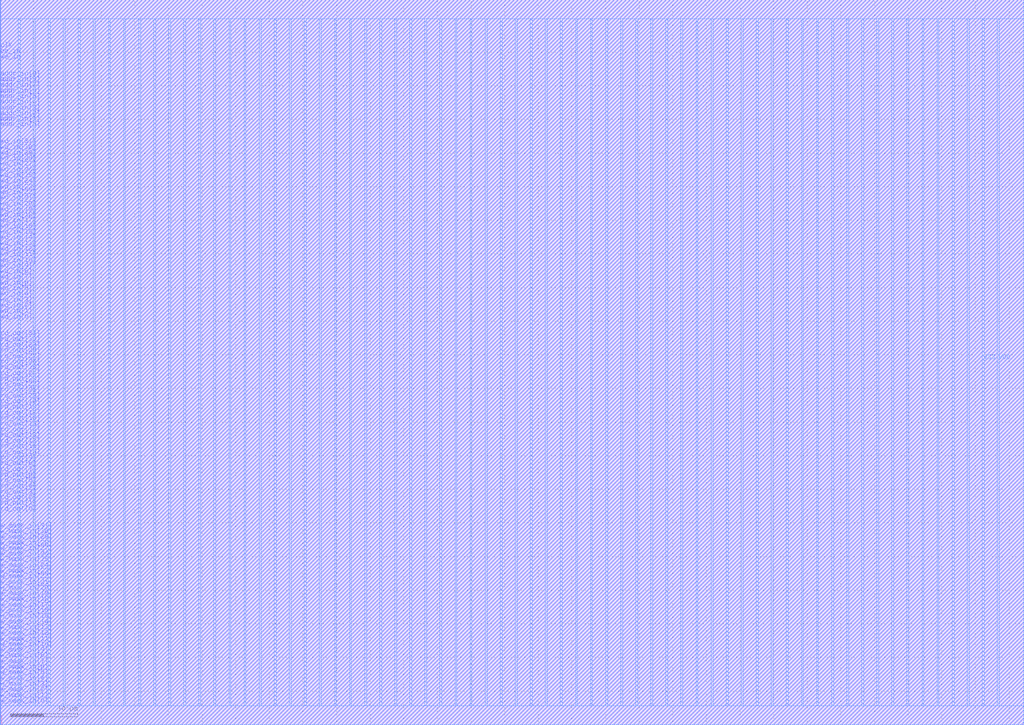
<source format=lef>
VERSION 5.7 ;
BUSBITCHARS "[]" ;
MACRO fakeram45_1024x32
  FOREIGN fakeram45_1024x32 0 0 ;
  SYMMETRY X Y R90 ;
  SIZE 0.19 BY 1.4 ;
  CLASS BLOCK ;
  PIN w_mask_in[0]
    DIRECTION INPUT ;
    USE SIGNAL ;
    SHAPE ABUTMENT ;
    PORT
      LAYER metal3 ;
      RECT 0.000 2.800 0.070 2.870 ;
    END
  END w_mask_in[0]
  PIN w_mask_in[1]
    DIRECTION INPUT ;
    USE SIGNAL ;
    SHAPE ABUTMENT ;
    PORT
      LAYER metal3 ;
      RECT 0.000 3.640 0.070 3.710 ;
    END
  END w_mask_in[1]
  PIN w_mask_in[2]
    DIRECTION INPUT ;
    USE SIGNAL ;
    SHAPE ABUTMENT ;
    PORT
      LAYER metal3 ;
      RECT 0.000 4.480 0.070 4.550 ;
    END
  END w_mask_in[2]
  PIN w_mask_in[3]
    DIRECTION INPUT ;
    USE SIGNAL ;
    SHAPE ABUTMENT ;
    PORT
      LAYER metal3 ;
      RECT 0.000 5.320 0.070 5.390 ;
    END
  END w_mask_in[3]
  PIN w_mask_in[4]
    DIRECTION INPUT ;
    USE SIGNAL ;
    SHAPE ABUTMENT ;
    PORT
      LAYER metal3 ;
      RECT 0.000 6.160 0.070 6.230 ;
    END
  END w_mask_in[4]
  PIN w_mask_in[5]
    DIRECTION INPUT ;
    USE SIGNAL ;
    SHAPE ABUTMENT ;
    PORT
      LAYER metal3 ;
      RECT 0.000 7.000 0.070 7.070 ;
    END
  END w_mask_in[5]
  PIN w_mask_in[6]
    DIRECTION INPUT ;
    USE SIGNAL ;
    SHAPE ABUTMENT ;
    PORT
      LAYER metal3 ;
      RECT 0.000 7.840 0.070 7.910 ;
    END
  END w_mask_in[6]
  PIN w_mask_in[7]
    DIRECTION INPUT ;
    USE SIGNAL ;
    SHAPE ABUTMENT ;
    PORT
      LAYER metal3 ;
      RECT 0.000 8.680 0.070 8.750 ;
    END
  END w_mask_in[7]
  PIN w_mask_in[8]
    DIRECTION INPUT ;
    USE SIGNAL ;
    SHAPE ABUTMENT ;
    PORT
      LAYER metal3 ;
      RECT 0.000 9.520 0.070 9.590 ;
    END
  END w_mask_in[8]
  PIN w_mask_in[9]
    DIRECTION INPUT ;
    USE SIGNAL ;
    SHAPE ABUTMENT ;
    PORT
      LAYER metal3 ;
      RECT 0.000 10.360 0.070 10.430 ;
    END
  END w_mask_in[9]
  PIN w_mask_in[10]
    DIRECTION INPUT ;
    USE SIGNAL ;
    SHAPE ABUTMENT ;
    PORT
      LAYER metal3 ;
      RECT 0.000 11.200 0.070 11.270 ;
    END
  END w_mask_in[10]
  PIN w_mask_in[11]
    DIRECTION INPUT ;
    USE SIGNAL ;
    SHAPE ABUTMENT ;
    PORT
      LAYER metal3 ;
      RECT 0.000 12.040 0.070 12.110 ;
    END
  END w_mask_in[11]
  PIN w_mask_in[12]
    DIRECTION INPUT ;
    USE SIGNAL ;
    SHAPE ABUTMENT ;
    PORT
      LAYER metal3 ;
      RECT 0.000 12.880 0.070 12.950 ;
    END
  END w_mask_in[12]
  PIN w_mask_in[13]
    DIRECTION INPUT ;
    USE SIGNAL ;
    SHAPE ABUTMENT ;
    PORT
      LAYER metal3 ;
      RECT 0.000 13.720 0.070 13.790 ;
    END
  END w_mask_in[13]
  PIN w_mask_in[14]
    DIRECTION INPUT ;
    USE SIGNAL ;
    SHAPE ABUTMENT ;
    PORT
      LAYER metal3 ;
      RECT 0.000 14.560 0.070 14.630 ;
    END
  END w_mask_in[14]
  PIN w_mask_in[15]
    DIRECTION INPUT ;
    USE SIGNAL ;
    SHAPE ABUTMENT ;
    PORT
      LAYER metal3 ;
      RECT 0.000 15.400 0.070 15.470 ;
    END
  END w_mask_in[15]
  PIN w_mask_in[16]
    DIRECTION INPUT ;
    USE SIGNAL ;
    SHAPE ABUTMENT ;
    PORT
      LAYER metal3 ;
      RECT 0.000 16.240 0.070 16.310 ;
    END
  END w_mask_in[16]
  PIN w_mask_in[17]
    DIRECTION INPUT ;
    USE SIGNAL ;
    SHAPE ABUTMENT ;
    PORT
      LAYER metal3 ;
      RECT 0.000 17.080 0.070 17.150 ;
    END
  END w_mask_in[17]
  PIN w_mask_in[18]
    DIRECTION INPUT ;
    USE SIGNAL ;
    SHAPE ABUTMENT ;
    PORT
      LAYER metal3 ;
      RECT 0.000 17.920 0.070 17.990 ;
    END
  END w_mask_in[18]
  PIN w_mask_in[19]
    DIRECTION INPUT ;
    USE SIGNAL ;
    SHAPE ABUTMENT ;
    PORT
      LAYER metal3 ;
      RECT 0.000 18.760 0.070 18.830 ;
    END
  END w_mask_in[19]
  PIN w_mask_in[20]
    DIRECTION INPUT ;
    USE SIGNAL ;
    SHAPE ABUTMENT ;
    PORT
      LAYER metal3 ;
      RECT 0.000 19.600 0.070 19.670 ;
    END
  END w_mask_in[20]
  PIN w_mask_in[21]
    DIRECTION INPUT ;
    USE SIGNAL ;
    SHAPE ABUTMENT ;
    PORT
      LAYER metal3 ;
      RECT 0.000 20.440 0.070 20.510 ;
    END
  END w_mask_in[21]
  PIN w_mask_in[22]
    DIRECTION INPUT ;
    USE SIGNAL ;
    SHAPE ABUTMENT ;
    PORT
      LAYER metal3 ;
      RECT 0.000 21.280 0.070 21.350 ;
    END
  END w_mask_in[22]
  PIN w_mask_in[23]
    DIRECTION INPUT ;
    USE SIGNAL ;
    SHAPE ABUTMENT ;
    PORT
      LAYER metal3 ;
      RECT 0.000 22.120 0.070 22.190 ;
    END
  END w_mask_in[23]
  PIN w_mask_in[24]
    DIRECTION INPUT ;
    USE SIGNAL ;
    SHAPE ABUTMENT ;
    PORT
      LAYER metal3 ;
      RECT 0.000 22.960 0.070 23.030 ;
    END
  END w_mask_in[24]
  PIN w_mask_in[25]
    DIRECTION INPUT ;
    USE SIGNAL ;
    SHAPE ABUTMENT ;
    PORT
      LAYER metal3 ;
      RECT 0.000 23.800 0.070 23.870 ;
    END
  END w_mask_in[25]
  PIN w_mask_in[26]
    DIRECTION INPUT ;
    USE SIGNAL ;
    SHAPE ABUTMENT ;
    PORT
      LAYER metal3 ;
      RECT 0.000 24.640 0.070 24.710 ;
    END
  END w_mask_in[26]
  PIN w_mask_in[27]
    DIRECTION INPUT ;
    USE SIGNAL ;
    SHAPE ABUTMENT ;
    PORT
      LAYER metal3 ;
      RECT 0.000 25.480 0.070 25.550 ;
    END
  END w_mask_in[27]
  PIN w_mask_in[28]
    DIRECTION INPUT ;
    USE SIGNAL ;
    SHAPE ABUTMENT ;
    PORT
      LAYER metal3 ;
      RECT 0.000 26.320 0.070 26.390 ;
    END
  END w_mask_in[28]
  PIN w_mask_in[29]
    DIRECTION INPUT ;
    USE SIGNAL ;
    SHAPE ABUTMENT ;
    PORT
      LAYER metal3 ;
      RECT 0.000 27.160 0.070 27.230 ;
    END
  END w_mask_in[29]
  PIN w_mask_in[30]
    DIRECTION INPUT ;
    USE SIGNAL ;
    SHAPE ABUTMENT ;
    PORT
      LAYER metal3 ;
      RECT 0.000 28.000 0.070 28.070 ;
    END
  END w_mask_in[30]
  PIN w_mask_in[31]
    DIRECTION INPUT ;
    USE SIGNAL ;
    SHAPE ABUTMENT ;
    PORT
      LAYER metal3 ;
      RECT 0.000 28.840 0.070 28.910 ;
    END
  END w_mask_in[31]
  PIN rd_out[0]
    DIRECTION OUTPUT ;
    USE SIGNAL ;
    SHAPE ABUTMENT ;
    PORT
      LAYER metal3 ;
      RECT 0.000 31.360 0.070 31.430 ;
    END
  END rd_out[0]
  PIN rd_out[1]
    DIRECTION OUTPUT ;
    USE SIGNAL ;
    SHAPE ABUTMENT ;
    PORT
      LAYER metal3 ;
      RECT 0.000 32.200 0.070 32.270 ;
    END
  END rd_out[1]
  PIN rd_out[2]
    DIRECTION OUTPUT ;
    USE SIGNAL ;
    SHAPE ABUTMENT ;
    PORT
      LAYER metal3 ;
      RECT 0.000 33.040 0.070 33.110 ;
    END
  END rd_out[2]
  PIN rd_out[3]
    DIRECTION OUTPUT ;
    USE SIGNAL ;
    SHAPE ABUTMENT ;
    PORT
      LAYER metal3 ;
      RECT 0.000 33.880 0.070 33.950 ;
    END
  END rd_out[3]
  PIN rd_out[4]
    DIRECTION OUTPUT ;
    USE SIGNAL ;
    SHAPE ABUTMENT ;
    PORT
      LAYER metal3 ;
      RECT 0.000 34.720 0.070 34.790 ;
    END
  END rd_out[4]
  PIN rd_out[5]
    DIRECTION OUTPUT ;
    USE SIGNAL ;
    SHAPE ABUTMENT ;
    PORT
      LAYER metal3 ;
      RECT 0.000 35.560 0.070 35.630 ;
    END
  END rd_out[5]
  PIN rd_out[6]
    DIRECTION OUTPUT ;
    USE SIGNAL ;
    SHAPE ABUTMENT ;
    PORT
      LAYER metal3 ;
      RECT 0.000 36.400 0.070 36.470 ;
    END
  END rd_out[6]
  PIN rd_out[7]
    DIRECTION OUTPUT ;
    USE SIGNAL ;
    SHAPE ABUTMENT ;
    PORT
      LAYER metal3 ;
      RECT 0.000 37.240 0.070 37.310 ;
    END
  END rd_out[7]
  PIN rd_out[8]
    DIRECTION OUTPUT ;
    USE SIGNAL ;
    SHAPE ABUTMENT ;
    PORT
      LAYER metal3 ;
      RECT 0.000 38.080 0.070 38.150 ;
    END
  END rd_out[8]
  PIN rd_out[9]
    DIRECTION OUTPUT ;
    USE SIGNAL ;
    SHAPE ABUTMENT ;
    PORT
      LAYER metal3 ;
      RECT 0.000 38.920 0.070 38.990 ;
    END
  END rd_out[9]
  PIN rd_out[10]
    DIRECTION OUTPUT ;
    USE SIGNAL ;
    SHAPE ABUTMENT ;
    PORT
      LAYER metal3 ;
      RECT 0.000 39.760 0.070 39.830 ;
    END
  END rd_out[10]
  PIN rd_out[11]
    DIRECTION OUTPUT ;
    USE SIGNAL ;
    SHAPE ABUTMENT ;
    PORT
      LAYER metal3 ;
      RECT 0.000 40.600 0.070 40.670 ;
    END
  END rd_out[11]
  PIN rd_out[12]
    DIRECTION OUTPUT ;
    USE SIGNAL ;
    SHAPE ABUTMENT ;
    PORT
      LAYER metal3 ;
      RECT 0.000 41.440 0.070 41.510 ;
    END
  END rd_out[12]
  PIN rd_out[13]
    DIRECTION OUTPUT ;
    USE SIGNAL ;
    SHAPE ABUTMENT ;
    PORT
      LAYER metal3 ;
      RECT 0.000 42.280 0.070 42.350 ;
    END
  END rd_out[13]
  PIN rd_out[14]
    DIRECTION OUTPUT ;
    USE SIGNAL ;
    SHAPE ABUTMENT ;
    PORT
      LAYER metal3 ;
      RECT 0.000 43.120 0.070 43.190 ;
    END
  END rd_out[14]
  PIN rd_out[15]
    DIRECTION OUTPUT ;
    USE SIGNAL ;
    SHAPE ABUTMENT ;
    PORT
      LAYER metal3 ;
      RECT 0.000 43.960 0.070 44.030 ;
    END
  END rd_out[15]
  PIN rd_out[16]
    DIRECTION OUTPUT ;
    USE SIGNAL ;
    SHAPE ABUTMENT ;
    PORT
      LAYER metal3 ;
      RECT 0.000 44.800 0.070 44.870 ;
    END
  END rd_out[16]
  PIN rd_out[17]
    DIRECTION OUTPUT ;
    USE SIGNAL ;
    SHAPE ABUTMENT ;
    PORT
      LAYER metal3 ;
      RECT 0.000 45.640 0.070 45.710 ;
    END
  END rd_out[17]
  PIN rd_out[18]
    DIRECTION OUTPUT ;
    USE SIGNAL ;
    SHAPE ABUTMENT ;
    PORT
      LAYER metal3 ;
      RECT 0.000 46.480 0.070 46.550 ;
    END
  END rd_out[18]
  PIN rd_out[19]
    DIRECTION OUTPUT ;
    USE SIGNAL ;
    SHAPE ABUTMENT ;
    PORT
      LAYER metal3 ;
      RECT 0.000 47.320 0.070 47.390 ;
    END
  END rd_out[19]
  PIN rd_out[20]
    DIRECTION OUTPUT ;
    USE SIGNAL ;
    SHAPE ABUTMENT ;
    PORT
      LAYER metal3 ;
      RECT 0.000 48.160 0.070 48.230 ;
    END
  END rd_out[20]
  PIN rd_out[21]
    DIRECTION OUTPUT ;
    USE SIGNAL ;
    SHAPE ABUTMENT ;
    PORT
      LAYER metal3 ;
      RECT 0.000 49.000 0.070 49.070 ;
    END
  END rd_out[21]
  PIN rd_out[22]
    DIRECTION OUTPUT ;
    USE SIGNAL ;
    SHAPE ABUTMENT ;
    PORT
      LAYER metal3 ;
      RECT 0.000 49.840 0.070 49.910 ;
    END
  END rd_out[22]
  PIN rd_out[23]
    DIRECTION OUTPUT ;
    USE SIGNAL ;
    SHAPE ABUTMENT ;
    PORT
      LAYER metal3 ;
      RECT 0.000 50.680 0.070 50.750 ;
    END
  END rd_out[23]
  PIN rd_out[24]
    DIRECTION OUTPUT ;
    USE SIGNAL ;
    SHAPE ABUTMENT ;
    PORT
      LAYER metal3 ;
      RECT 0.000 51.520 0.070 51.590 ;
    END
  END rd_out[24]
  PIN rd_out[25]
    DIRECTION OUTPUT ;
    USE SIGNAL ;
    SHAPE ABUTMENT ;
    PORT
      LAYER metal3 ;
      RECT 0.000 52.360 0.070 52.430 ;
    END
  END rd_out[25]
  PIN rd_out[26]
    DIRECTION OUTPUT ;
    USE SIGNAL ;
    SHAPE ABUTMENT ;
    PORT
      LAYER metal3 ;
      RECT 0.000 53.200 0.070 53.270 ;
    END
  END rd_out[26]
  PIN rd_out[27]
    DIRECTION OUTPUT ;
    USE SIGNAL ;
    SHAPE ABUTMENT ;
    PORT
      LAYER metal3 ;
      RECT 0.000 54.040 0.070 54.110 ;
    END
  END rd_out[27]
  PIN rd_out[28]
    DIRECTION OUTPUT ;
    USE SIGNAL ;
    SHAPE ABUTMENT ;
    PORT
      LAYER metal3 ;
      RECT 0.000 54.880 0.070 54.950 ;
    END
  END rd_out[28]
  PIN rd_out[29]
    DIRECTION OUTPUT ;
    USE SIGNAL ;
    SHAPE ABUTMENT ;
    PORT
      LAYER metal3 ;
      RECT 0.000 55.720 0.070 55.790 ;
    END
  END rd_out[29]
  PIN rd_out[30]
    DIRECTION OUTPUT ;
    USE SIGNAL ;
    SHAPE ABUTMENT ;
    PORT
      LAYER metal3 ;
      RECT 0.000 56.560 0.070 56.630 ;
    END
  END rd_out[30]
  PIN rd_out[31]
    DIRECTION OUTPUT ;
    USE SIGNAL ;
    SHAPE ABUTMENT ;
    PORT
      LAYER metal3 ;
      RECT 0.000 57.400 0.070 57.470 ;
    END
  END rd_out[31]
  PIN wd_in[0]
    DIRECTION INPUT ;
    USE SIGNAL ;
    SHAPE ABUTMENT ;
    PORT
      LAYER metal3 ;
      RECT 0.000 59.920 0.070 59.990 ;
    END
  END wd_in[0]
  PIN wd_in[1]
    DIRECTION INPUT ;
    USE SIGNAL ;
    SHAPE ABUTMENT ;
    PORT
      LAYER metal3 ;
      RECT 0.000 60.760 0.070 60.830 ;
    END
  END wd_in[1]
  PIN wd_in[2]
    DIRECTION INPUT ;
    USE SIGNAL ;
    SHAPE ABUTMENT ;
    PORT
      LAYER metal3 ;
      RECT 0.000 61.600 0.070 61.670 ;
    END
  END wd_in[2]
  PIN wd_in[3]
    DIRECTION INPUT ;
    USE SIGNAL ;
    SHAPE ABUTMENT ;
    PORT
      LAYER metal3 ;
      RECT 0.000 62.440 0.070 62.510 ;
    END
  END wd_in[3]
  PIN wd_in[4]
    DIRECTION INPUT ;
    USE SIGNAL ;
    SHAPE ABUTMENT ;
    PORT
      LAYER metal3 ;
      RECT 0.000 63.280 0.070 63.350 ;
    END
  END wd_in[4]
  PIN wd_in[5]
    DIRECTION INPUT ;
    USE SIGNAL ;
    SHAPE ABUTMENT ;
    PORT
      LAYER metal3 ;
      RECT 0.000 64.120 0.070 64.190 ;
    END
  END wd_in[5]
  PIN wd_in[6]
    DIRECTION INPUT ;
    USE SIGNAL ;
    SHAPE ABUTMENT ;
    PORT
      LAYER metal3 ;
      RECT 0.000 64.960 0.070 65.030 ;
    END
  END wd_in[6]
  PIN wd_in[7]
    DIRECTION INPUT ;
    USE SIGNAL ;
    SHAPE ABUTMENT ;
    PORT
      LAYER metal3 ;
      RECT 0.000 65.800 0.070 65.870 ;
    END
  END wd_in[7]
  PIN wd_in[8]
    DIRECTION INPUT ;
    USE SIGNAL ;
    SHAPE ABUTMENT ;
    PORT
      LAYER metal3 ;
      RECT 0.000 66.640 0.070 66.710 ;
    END
  END wd_in[8]
  PIN wd_in[9]
    DIRECTION INPUT ;
    USE SIGNAL ;
    SHAPE ABUTMENT ;
    PORT
      LAYER metal3 ;
      RECT 0.000 67.480 0.070 67.550 ;
    END
  END wd_in[9]
  PIN wd_in[10]
    DIRECTION INPUT ;
    USE SIGNAL ;
    SHAPE ABUTMENT ;
    PORT
      LAYER metal3 ;
      RECT 0.000 68.320 0.070 68.390 ;
    END
  END wd_in[10]
  PIN wd_in[11]
    DIRECTION INPUT ;
    USE SIGNAL ;
    SHAPE ABUTMENT ;
    PORT
      LAYER metal3 ;
      RECT 0.000 69.160 0.070 69.230 ;
    END
  END wd_in[11]
  PIN wd_in[12]
    DIRECTION INPUT ;
    USE SIGNAL ;
    SHAPE ABUTMENT ;
    PORT
      LAYER metal3 ;
      RECT 0.000 70.000 0.070 70.070 ;
    END
  END wd_in[12]
  PIN wd_in[13]
    DIRECTION INPUT ;
    USE SIGNAL ;
    SHAPE ABUTMENT ;
    PORT
      LAYER metal3 ;
      RECT 0.000 70.840 0.070 70.910 ;
    END
  END wd_in[13]
  PIN wd_in[14]
    DIRECTION INPUT ;
    USE SIGNAL ;
    SHAPE ABUTMENT ;
    PORT
      LAYER metal3 ;
      RECT 0.000 71.680 0.070 71.750 ;
    END
  END wd_in[14]
  PIN wd_in[15]
    DIRECTION INPUT ;
    USE SIGNAL ;
    SHAPE ABUTMENT ;
    PORT
      LAYER metal3 ;
      RECT 0.000 72.520 0.070 72.590 ;
    END
  END wd_in[15]
  PIN wd_in[16]
    DIRECTION INPUT ;
    USE SIGNAL ;
    SHAPE ABUTMENT ;
    PORT
      LAYER metal3 ;
      RECT 0.000 73.360 0.070 73.430 ;
    END
  END wd_in[16]
  PIN wd_in[17]
    DIRECTION INPUT ;
    USE SIGNAL ;
    SHAPE ABUTMENT ;
    PORT
      LAYER metal3 ;
      RECT 0.000 74.200 0.070 74.270 ;
    END
  END wd_in[17]
  PIN wd_in[18]
    DIRECTION INPUT ;
    USE SIGNAL ;
    SHAPE ABUTMENT ;
    PORT
      LAYER metal3 ;
      RECT 0.000 75.040 0.070 75.110 ;
    END
  END wd_in[18]
  PIN wd_in[19]
    DIRECTION INPUT ;
    USE SIGNAL ;
    SHAPE ABUTMENT ;
    PORT
      LAYER metal3 ;
      RECT 0.000 75.880 0.070 75.950 ;
    END
  END wd_in[19]
  PIN wd_in[20]
    DIRECTION INPUT ;
    USE SIGNAL ;
    SHAPE ABUTMENT ;
    PORT
      LAYER metal3 ;
      RECT 0.000 76.720 0.070 76.790 ;
    END
  END wd_in[20]
  PIN wd_in[21]
    DIRECTION INPUT ;
    USE SIGNAL ;
    SHAPE ABUTMENT ;
    PORT
      LAYER metal3 ;
      RECT 0.000 77.560 0.070 77.630 ;
    END
  END wd_in[21]
  PIN wd_in[22]
    DIRECTION INPUT ;
    USE SIGNAL ;
    SHAPE ABUTMENT ;
    PORT
      LAYER metal3 ;
      RECT 0.000 78.400 0.070 78.470 ;
    END
  END wd_in[22]
  PIN wd_in[23]
    DIRECTION INPUT ;
    USE SIGNAL ;
    SHAPE ABUTMENT ;
    PORT
      LAYER metal3 ;
      RECT 0.000 79.240 0.070 79.310 ;
    END
  END wd_in[23]
  PIN wd_in[24]
    DIRECTION INPUT ;
    USE SIGNAL ;
    SHAPE ABUTMENT ;
    PORT
      LAYER metal3 ;
      RECT 0.000 80.080 0.070 80.150 ;
    END
  END wd_in[24]
  PIN wd_in[25]
    DIRECTION INPUT ;
    USE SIGNAL ;
    SHAPE ABUTMENT ;
    PORT
      LAYER metal3 ;
      RECT 0.000 80.920 0.070 80.990 ;
    END
  END wd_in[25]
  PIN wd_in[26]
    DIRECTION INPUT ;
    USE SIGNAL ;
    SHAPE ABUTMENT ;
    PORT
      LAYER metal3 ;
      RECT 0.000 81.760 0.070 81.830 ;
    END
  END wd_in[26]
  PIN wd_in[27]
    DIRECTION INPUT ;
    USE SIGNAL ;
    SHAPE ABUTMENT ;
    PORT
      LAYER metal3 ;
      RECT 0.000 82.600 0.070 82.670 ;
    END
  END wd_in[27]
  PIN wd_in[28]
    DIRECTION INPUT ;
    USE SIGNAL ;
    SHAPE ABUTMENT ;
    PORT
      LAYER metal3 ;
      RECT 0.000 83.440 0.070 83.510 ;
    END
  END wd_in[28]
  PIN wd_in[29]
    DIRECTION INPUT ;
    USE SIGNAL ;
    SHAPE ABUTMENT ;
    PORT
      LAYER metal3 ;
      RECT 0.000 84.280 0.070 84.350 ;
    END
  END wd_in[29]
  PIN wd_in[30]
    DIRECTION INPUT ;
    USE SIGNAL ;
    SHAPE ABUTMENT ;
    PORT
      LAYER metal3 ;
      RECT 0.000 85.120 0.070 85.190 ;
    END
  END wd_in[30]
  PIN wd_in[31]
    DIRECTION INPUT ;
    USE SIGNAL ;
    SHAPE ABUTMENT ;
    PORT
      LAYER metal3 ;
      RECT 0.000 85.960 0.070 86.030 ;
    END
  END wd_in[31]
  PIN addr_in[0]
    DIRECTION INPUT ;
    USE SIGNAL ;
    SHAPE ABUTMENT ;
    PORT
      LAYER metal3 ;
      RECT 0.000 88.480 0.070 88.550 ;
    END
  END addr_in[0]
  PIN addr_in[1]
    DIRECTION INPUT ;
    USE SIGNAL ;
    SHAPE ABUTMENT ;
    PORT
      LAYER metal3 ;
      RECT 0.000 89.320 0.070 89.390 ;
    END
  END addr_in[1]
  PIN addr_in[2]
    DIRECTION INPUT ;
    USE SIGNAL ;
    SHAPE ABUTMENT ;
    PORT
      LAYER metal3 ;
      RECT 0.000 90.160 0.070 90.230 ;
    END
  END addr_in[2]
  PIN addr_in[3]
    DIRECTION INPUT ;
    USE SIGNAL ;
    SHAPE ABUTMENT ;
    PORT
      LAYER metal3 ;
      RECT 0.000 91.000 0.070 91.070 ;
    END
  END addr_in[3]
  PIN addr_in[4]
    DIRECTION INPUT ;
    USE SIGNAL ;
    SHAPE ABUTMENT ;
    PORT
      LAYER metal3 ;
      RECT 0.000 91.840 0.070 91.910 ;
    END
  END addr_in[4]
  PIN addr_in[5]
    DIRECTION INPUT ;
    USE SIGNAL ;
    SHAPE ABUTMENT ;
    PORT
      LAYER metal3 ;
      RECT 0.000 92.680 0.070 92.750 ;
    END
  END addr_in[5]
  PIN addr_in[6]
    DIRECTION INPUT ;
    USE SIGNAL ;
    SHAPE ABUTMENT ;
    PORT
      LAYER metal3 ;
      RECT 0.000 93.520 0.070 93.590 ;
    END
  END addr_in[6]
  PIN addr_in[7]
    DIRECTION INPUT ;
    USE SIGNAL ;
    SHAPE ABUTMENT ;
    PORT
      LAYER metal3 ;
      RECT 0.000 94.360 0.070 94.430 ;
    END
  END addr_in[7]
  PIN addr_in[8]
    DIRECTION INPUT ;
    USE SIGNAL ;
    SHAPE ABUTMENT ;
    PORT
      LAYER metal3 ;
      RECT 0.000 95.200 0.070 95.270 ;
    END
  END addr_in[8]
  PIN addr_in[9]
    DIRECTION INPUT ;
    USE SIGNAL ;
    SHAPE ABUTMENT ;
    PORT
      LAYER metal3 ;
      RECT 0.000 96.040 0.070 96.110 ;
    END
  END addr_in[9]
  PIN we_in
    DIRECTION INPUT ;
    USE SIGNAL ;
    SHAPE ABUTMENT ;
    PORT
      LAYER metal3 ;
      RECT 0.000 98.560 0.070 98.630 ;
    END
  END we_in
  PIN ce_in
    DIRECTION INPUT ;
    USE SIGNAL ;
    SHAPE ABUTMENT ;
    PORT
      LAYER metal3 ;
      RECT 0.000 99.400 0.070 99.470 ;
    END
  END ce_in
  PIN clk
    DIRECTION INPUT ;
    USE SIGNAL ;
    SHAPE ABUTMENT ;
    PORT
      LAYER metal3 ;
      RECT 0.000 100.240 0.070 100.310 ;
    END
  END clk
  PIN VSS
    DIRECTION INOUT ;
    USE GROUND ;
    PORT
      LAYER metal4 ;
      RECT 2.660 2.800 2.940 105.000 ;
      RECT 7.140 2.800 7.420 105.000 ;
      RECT 11.620 2.800 11.900 105.000 ;
      RECT 16.100 2.800 16.380 105.000 ;
      RECT 20.580 2.800 20.860 105.000 ;
      RECT 25.060 2.800 25.340 105.000 ;
      RECT 29.540 2.800 29.820 105.000 ;
      RECT 34.020 2.800 34.300 105.000 ;
      RECT 38.500 2.800 38.780 105.000 ;
      RECT 42.980 2.800 43.260 105.000 ;
      RECT 47.460 2.800 47.740 105.000 ;
      RECT 51.940 2.800 52.220 105.000 ;
      RECT 56.420 2.800 56.700 105.000 ;
      RECT 60.900 2.800 61.180 105.000 ;
      RECT 65.380 2.800 65.660 105.000 ;
      RECT 69.860 2.800 70.140 105.000 ;
      RECT 74.340 2.800 74.620 105.000 ;
      RECT 78.820 2.800 79.100 105.000 ;
      RECT 83.300 2.800 83.580 105.000 ;
      RECT 87.780 2.800 88.060 105.000 ;
      RECT 92.260 2.800 92.540 105.000 ;
      RECT 96.740 2.800 97.020 105.000 ;
      RECT 101.220 2.800 101.500 105.000 ;
      RECT 105.700 2.800 105.980 105.000 ;
      RECT 110.180 2.800 110.460 105.000 ;
      RECT 114.660 2.800 114.940 105.000 ;
      RECT 119.140 2.800 119.420 105.000 ;
      RECT 123.620 2.800 123.900 105.000 ;
      RECT 128.100 2.800 128.380 105.000 ;
      RECT 132.580 2.800 132.860 105.000 ;
      RECT 137.060 2.800 137.340 105.000 ;
      RECT 141.540 2.800 141.820 105.000 ;
      RECT 146.020 2.800 146.300 105.000 ;
    END
  END VSS
  PIN VDD
    DIRECTION INOUT ;
    USE POWER ;
    PORT
      LAYER metal4 ;
      RECT 4.900 2.800 5.180 105.000 ;
      RECT 9.380 2.800 9.660 105.000 ;
      RECT 13.860 2.800 14.140 105.000 ;
      RECT 18.340 2.800 18.620 105.000 ;
      RECT 22.820 2.800 23.100 105.000 ;
      RECT 27.300 2.800 27.580 105.000 ;
      RECT 31.780 2.800 32.060 105.000 ;
      RECT 36.260 2.800 36.540 105.000 ;
      RECT 40.740 2.800 41.020 105.000 ;
      RECT 45.220 2.800 45.500 105.000 ;
      RECT 49.700 2.800 49.980 105.000 ;
      RECT 54.180 2.800 54.460 105.000 ;
      RECT 58.660 2.800 58.940 105.000 ;
      RECT 63.140 2.800 63.420 105.000 ;
      RECT 67.620 2.800 67.900 105.000 ;
      RECT 72.100 2.800 72.380 105.000 ;
      RECT 76.580 2.800 76.860 105.000 ;
      RECT 81.060 2.800 81.340 105.000 ;
      RECT 85.540 2.800 85.820 105.000 ;
      RECT 90.020 2.800 90.300 105.000 ;
      RECT 94.500 2.800 94.780 105.000 ;
      RECT 98.980 2.800 99.260 105.000 ;
      RECT 103.460 2.800 103.740 105.000 ;
      RECT 107.940 2.800 108.220 105.000 ;
      RECT 112.420 2.800 112.700 105.000 ;
      RECT 116.900 2.800 117.180 105.000 ;
      RECT 121.380 2.800 121.660 105.000 ;
      RECT 125.860 2.800 126.140 105.000 ;
      RECT 130.340 2.800 130.620 105.000 ;
      RECT 134.820 2.800 135.100 105.000 ;
      RECT 139.300 2.800 139.580 105.000 ;
      RECT 143.780 2.800 144.060 105.000 ;
      RECT 148.260 2.800 148.540 105.000 ;
    END
  END VDD
  OBS
    LAYER metal1 ;
    RECT 0 0 152.190 107.800 ;
    LAYER metal2 ;
    RECT 0 0 152.190 107.800 ;
    LAYER metal3 ;
    RECT 0.070 0 152.190 107.800 ;
    RECT 0 0.000 0.070 2.800 ;
    RECT 0 2.870 0.070 3.640 ;
    RECT 0 3.710 0.070 4.480 ;
    RECT 0 4.550 0.070 5.320 ;
    RECT 0 5.390 0.070 6.160 ;
    RECT 0 6.230 0.070 7.000 ;
    RECT 0 7.070 0.070 7.840 ;
    RECT 0 7.910 0.070 8.680 ;
    RECT 0 8.750 0.070 9.520 ;
    RECT 0 9.590 0.070 10.360 ;
    RECT 0 10.430 0.070 11.200 ;
    RECT 0 11.270 0.070 12.040 ;
    RECT 0 12.110 0.070 12.880 ;
    RECT 0 12.950 0.070 13.720 ;
    RECT 0 13.790 0.070 14.560 ;
    RECT 0 14.630 0.070 15.400 ;
    RECT 0 15.470 0.070 16.240 ;
    RECT 0 16.310 0.070 17.080 ;
    RECT 0 17.150 0.070 17.920 ;
    RECT 0 17.990 0.070 18.760 ;
    RECT 0 18.830 0.070 19.600 ;
    RECT 0 19.670 0.070 20.440 ;
    RECT 0 20.510 0.070 21.280 ;
    RECT 0 21.350 0.070 22.120 ;
    RECT 0 22.190 0.070 22.960 ;
    RECT 0 23.030 0.070 23.800 ;
    RECT 0 23.870 0.070 24.640 ;
    RECT 0 24.710 0.070 25.480 ;
    RECT 0 25.550 0.070 26.320 ;
    RECT 0 26.390 0.070 27.160 ;
    RECT 0 27.230 0.070 28.000 ;
    RECT 0 28.070 0.070 28.840 ;
    RECT 0 28.910 0.070 31.360 ;
    RECT 0 31.430 0.070 32.200 ;
    RECT 0 32.270 0.070 33.040 ;
    RECT 0 33.110 0.070 33.880 ;
    RECT 0 33.950 0.070 34.720 ;
    RECT 0 34.790 0.070 35.560 ;
    RECT 0 35.630 0.070 36.400 ;
    RECT 0 36.470 0.070 37.240 ;
    RECT 0 37.310 0.070 38.080 ;
    RECT 0 38.150 0.070 38.920 ;
    RECT 0 38.990 0.070 39.760 ;
    RECT 0 39.830 0.070 40.600 ;
    RECT 0 40.670 0.070 41.440 ;
    RECT 0 41.510 0.070 42.280 ;
    RECT 0 42.350 0.070 43.120 ;
    RECT 0 43.190 0.070 43.960 ;
    RECT 0 44.030 0.070 44.800 ;
    RECT 0 44.870 0.070 45.640 ;
    RECT 0 45.710 0.070 46.480 ;
    RECT 0 46.550 0.070 47.320 ;
    RECT 0 47.390 0.070 48.160 ;
    RECT 0 48.230 0.070 49.000 ;
    RECT 0 49.070 0.070 49.840 ;
    RECT 0 49.910 0.070 50.680 ;
    RECT 0 50.750 0.070 51.520 ;
    RECT 0 51.590 0.070 52.360 ;
    RECT 0 52.430 0.070 53.200 ;
    RECT 0 53.270 0.070 54.040 ;
    RECT 0 54.110 0.070 54.880 ;
    RECT 0 54.950 0.070 55.720 ;
    RECT 0 55.790 0.070 56.560 ;
    RECT 0 56.630 0.070 57.400 ;
    RECT 0 57.470 0.070 59.920 ;
    RECT 0 59.990 0.070 60.760 ;
    RECT 0 60.830 0.070 61.600 ;
    RECT 0 61.670 0.070 62.440 ;
    RECT 0 62.510 0.070 63.280 ;
    RECT 0 63.350 0.070 64.120 ;
    RECT 0 64.190 0.070 64.960 ;
    RECT 0 65.030 0.070 65.800 ;
    RECT 0 65.870 0.070 66.640 ;
    RECT 0 66.710 0.070 67.480 ;
    RECT 0 67.550 0.070 68.320 ;
    RECT 0 68.390 0.070 69.160 ;
    RECT 0 69.230 0.070 70.000 ;
    RECT 0 70.070 0.070 70.840 ;
    RECT 0 70.910 0.070 71.680 ;
    RECT 0 71.750 0.070 72.520 ;
    RECT 0 72.590 0.070 73.360 ;
    RECT 0 73.430 0.070 74.200 ;
    RECT 0 74.270 0.070 75.040 ;
    RECT 0 75.110 0.070 75.880 ;
    RECT 0 75.950 0.070 76.720 ;
    RECT 0 76.790 0.070 77.560 ;
    RECT 0 77.630 0.070 78.400 ;
    RECT 0 78.470 0.070 79.240 ;
    RECT 0 79.310 0.070 80.080 ;
    RECT 0 80.150 0.070 80.920 ;
    RECT 0 80.990 0.070 81.760 ;
    RECT 0 81.830 0.070 82.600 ;
    RECT 0 82.670 0.070 83.440 ;
    RECT 0 83.510 0.070 84.280 ;
    RECT 0 84.350 0.070 85.120 ;
    RECT 0 85.190 0.070 85.960 ;
    RECT 0 86.030 0.070 88.480 ;
    RECT 0 88.550 0.070 89.320 ;
    RECT 0 89.390 0.070 90.160 ;
    RECT 0 90.230 0.070 91.000 ;
    RECT 0 91.070 0.070 91.840 ;
    RECT 0 91.910 0.070 92.680 ;
    RECT 0 92.750 0.070 93.520 ;
    RECT 0 93.590 0.070 94.360 ;
    RECT 0 94.430 0.070 95.200 ;
    RECT 0 95.270 0.070 96.040 ;
    RECT 0 96.110 0.070 98.560 ;
    RECT 0 98.630 0.070 99.400 ;
    RECT 0 99.470 0.070 100.240 ;
    RECT 0 100.310 0.070 107.800 ;
    LAYER metal4 ;
    RECT 0 0 152.190 2.800 ;
    RECT 0 105.000 152.190 107.800 ;
    RECT 0.000 2.800 2.660 105.000 ;
    RECT 2.940 2.800 4.900 105.000 ;
    RECT 5.180 2.800 7.140 105.000 ;
    RECT 7.420 2.800 9.380 105.000 ;
    RECT 9.660 2.800 11.620 105.000 ;
    RECT 11.900 2.800 13.860 105.000 ;
    RECT 14.140 2.800 16.100 105.000 ;
    RECT 16.380 2.800 18.340 105.000 ;
    RECT 18.620 2.800 20.580 105.000 ;
    RECT 20.860 2.800 22.820 105.000 ;
    RECT 23.100 2.800 25.060 105.000 ;
    RECT 25.340 2.800 27.300 105.000 ;
    RECT 27.580 2.800 29.540 105.000 ;
    RECT 29.820 2.800 31.780 105.000 ;
    RECT 32.060 2.800 34.020 105.000 ;
    RECT 34.300 2.800 36.260 105.000 ;
    RECT 36.540 2.800 38.500 105.000 ;
    RECT 38.780 2.800 40.740 105.000 ;
    RECT 41.020 2.800 42.980 105.000 ;
    RECT 43.260 2.800 45.220 105.000 ;
    RECT 45.500 2.800 47.460 105.000 ;
    RECT 47.740 2.800 49.700 105.000 ;
    RECT 49.980 2.800 51.940 105.000 ;
    RECT 52.220 2.800 54.180 105.000 ;
    RECT 54.460 2.800 56.420 105.000 ;
    RECT 56.700 2.800 58.660 105.000 ;
    RECT 58.940 2.800 60.900 105.000 ;
    RECT 61.180 2.800 63.140 105.000 ;
    RECT 63.420 2.800 65.380 105.000 ;
    RECT 65.660 2.800 67.620 105.000 ;
    RECT 67.900 2.800 69.860 105.000 ;
    RECT 70.140 2.800 72.100 105.000 ;
    RECT 72.380 2.800 74.340 105.000 ;
    RECT 74.620 2.800 76.580 105.000 ;
    RECT 76.860 2.800 78.820 105.000 ;
    RECT 79.100 2.800 81.060 105.000 ;
    RECT 81.340 2.800 83.300 105.000 ;
    RECT 83.580 2.800 85.540 105.000 ;
    RECT 85.820 2.800 87.780 105.000 ;
    RECT 88.060 2.800 90.020 105.000 ;
    RECT 90.300 2.800 92.260 105.000 ;
    RECT 92.540 2.800 94.500 105.000 ;
    RECT 94.780 2.800 96.740 105.000 ;
    RECT 97.020 2.800 98.980 105.000 ;
    RECT 99.260 2.800 101.220 105.000 ;
    RECT 101.500 2.800 103.460 105.000 ;
    RECT 103.740 2.800 105.700 105.000 ;
    RECT 105.980 2.800 107.940 105.000 ;
    RECT 108.220 2.800 110.180 105.000 ;
    RECT 110.460 2.800 112.420 105.000 ;
    RECT 112.700 2.800 114.660 105.000 ;
    RECT 114.940 2.800 116.900 105.000 ;
    RECT 117.180 2.800 119.140 105.000 ;
    RECT 119.420 2.800 121.380 105.000 ;
    RECT 121.660 2.800 123.620 105.000 ;
    RECT 123.900 2.800 125.860 105.000 ;
    RECT 126.140 2.800 128.100 105.000 ;
    RECT 128.380 2.800 130.340 105.000 ;
    RECT 130.620 2.800 132.580 105.000 ;
    RECT 132.860 2.800 134.820 105.000 ;
    RECT 135.100 2.800 137.060 105.000 ;
    RECT 137.340 2.800 139.300 105.000 ;
    RECT 139.580 2.800 141.540 105.000 ;
    RECT 141.820 2.800 143.780 105.000 ;
    RECT 144.060 2.800 146.020 105.000 ;
    RECT 146.300 2.800 148.260 105.000 ;
    RECT 148.540 2.800 152.190 105.000 ;
  END
END fakeram45_1024x32

END LIBRARY

</source>
